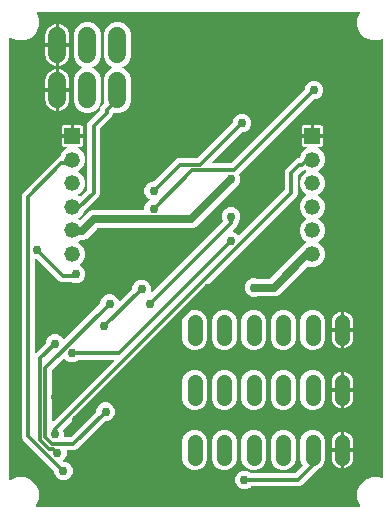
<source format=gbr>
G04 EAGLE Gerber X2 export*
%TF.Part,Single*%
%TF.FileFunction,Copper,L2,Bot,Mixed*%
%TF.FilePolarity,Positive*%
%TF.GenerationSoftware,Autodesk,EAGLE,9.1.0*%
%TF.CreationDate,2018-11-27T18:12:10Z*%
G75*
%MOMM*%
%FSLAX34Y34*%
%LPD*%
%AMOC8*
5,1,8,0,0,1.08239X$1,22.5*%
G01*
%ADD10R,1.320800X1.320800*%
%ADD11C,1.320800*%
%ADD12C,1.308000*%
%ADD13C,1.524000*%
%ADD14C,0.756400*%
%ADD15C,0.700000*%
%ADD16C,0.300000*%

G36*
X306632Y10172D02*
X306632Y10172D01*
X306704Y10174D01*
X306752Y10192D01*
X306804Y10200D01*
X306867Y10234D01*
X306935Y10259D01*
X306975Y10291D01*
X307021Y10316D01*
X307071Y10368D01*
X307127Y10412D01*
X307155Y10456D01*
X307190Y10494D01*
X307221Y10559D01*
X307259Y10619D01*
X307272Y10670D01*
X307294Y10717D01*
X307302Y10788D01*
X307320Y10858D01*
X307315Y10910D01*
X307321Y10961D01*
X307306Y11032D01*
X307300Y11103D01*
X307280Y11151D01*
X307269Y11202D01*
X307232Y11263D01*
X307204Y11329D01*
X307159Y11385D01*
X307157Y11390D01*
X304839Y16984D01*
X304839Y23016D01*
X307147Y28588D01*
X311412Y32853D01*
X316984Y35161D01*
X323016Y35161D01*
X325687Y34054D01*
X325731Y34044D01*
X325773Y34025D01*
X325850Y34016D01*
X325926Y33998D01*
X325972Y34002D01*
X326017Y33997D01*
X326094Y34014D01*
X326171Y34021D01*
X326213Y34040D01*
X326258Y34050D01*
X326325Y34090D01*
X326396Y34121D01*
X326430Y34152D01*
X326469Y34176D01*
X326520Y34235D01*
X326577Y34288D01*
X326599Y34328D01*
X326629Y34363D01*
X326658Y34435D01*
X326695Y34503D01*
X326704Y34548D01*
X326721Y34591D01*
X326736Y34727D01*
X326739Y34745D01*
X326738Y34750D01*
X326739Y34758D01*
X326739Y405242D01*
X326732Y405288D01*
X326734Y405334D01*
X326712Y405408D01*
X326700Y405485D01*
X326678Y405526D01*
X326665Y405570D01*
X326621Y405634D01*
X326584Y405702D01*
X326551Y405734D01*
X326525Y405772D01*
X326462Y405818D01*
X326406Y405872D01*
X326364Y405891D01*
X326328Y405919D01*
X326254Y405943D01*
X326183Y405975D01*
X326137Y405981D01*
X326094Y405995D01*
X326016Y405994D01*
X325939Y406003D01*
X325894Y405993D01*
X325848Y405992D01*
X325716Y405954D01*
X325698Y405950D01*
X325694Y405948D01*
X325687Y405946D01*
X323016Y404839D01*
X316984Y404839D01*
X311412Y407147D01*
X307147Y411412D01*
X304839Y416984D01*
X304839Y423016D01*
X306816Y427787D01*
X306826Y427831D01*
X306845Y427873D01*
X306854Y427950D01*
X306872Y428026D01*
X306867Y428072D01*
X306872Y428117D01*
X306856Y428194D01*
X306849Y428271D01*
X306830Y428313D01*
X306820Y428358D01*
X306780Y428425D01*
X306749Y428496D01*
X306718Y428530D01*
X306694Y428569D01*
X306635Y428620D01*
X306582Y428677D01*
X306542Y428699D01*
X306507Y428729D01*
X306435Y428758D01*
X306367Y428795D01*
X306322Y428804D01*
X306279Y428821D01*
X306143Y428836D01*
X306125Y428839D01*
X306120Y428838D01*
X306112Y428839D01*
X33888Y428839D01*
X33843Y428832D01*
X33797Y428834D01*
X33722Y428812D01*
X33645Y428800D01*
X33605Y428778D01*
X33560Y428765D01*
X33496Y428721D01*
X33428Y428684D01*
X33396Y428651D01*
X33358Y428625D01*
X33312Y428562D01*
X33258Y428506D01*
X33239Y428464D01*
X33212Y428428D01*
X33187Y428354D01*
X33155Y428283D01*
X33150Y428237D01*
X33135Y428194D01*
X33136Y428116D01*
X33128Y428039D01*
X33137Y427994D01*
X33138Y427948D01*
X33176Y427816D01*
X33180Y427798D01*
X33182Y427794D01*
X33184Y427787D01*
X35161Y423016D01*
X35161Y416984D01*
X32853Y411412D01*
X28588Y407147D01*
X23016Y404839D01*
X16984Y404839D01*
X11383Y407160D01*
X11350Y407190D01*
X11303Y407212D01*
X11261Y407243D01*
X11192Y407264D01*
X11127Y407294D01*
X11075Y407300D01*
X11026Y407315D01*
X10954Y407313D01*
X10883Y407321D01*
X10832Y407310D01*
X10780Y407309D01*
X10712Y407284D01*
X10642Y407269D01*
X10598Y407242D01*
X10549Y407224D01*
X10493Y407180D01*
X10431Y407143D01*
X10397Y407103D01*
X10357Y407071D01*
X10318Y407010D01*
X10271Y406956D01*
X10252Y406908D01*
X10224Y406864D01*
X10206Y406794D01*
X10179Y406728D01*
X10171Y406657D01*
X10163Y406625D01*
X10165Y406602D01*
X10161Y406561D01*
X10161Y33439D01*
X10172Y33368D01*
X10174Y33296D01*
X10192Y33248D01*
X10200Y33196D01*
X10234Y33133D01*
X10259Y33065D01*
X10291Y33025D01*
X10316Y32979D01*
X10368Y32929D01*
X10412Y32873D01*
X10456Y32845D01*
X10494Y32810D01*
X10559Y32779D01*
X10619Y32741D01*
X10670Y32728D01*
X10717Y32706D01*
X10788Y32698D01*
X10858Y32680D01*
X10910Y32685D01*
X10961Y32679D01*
X11032Y32694D01*
X11103Y32700D01*
X11151Y32720D01*
X11202Y32731D01*
X11263Y32768D01*
X11329Y32796D01*
X11385Y32841D01*
X11390Y32843D01*
X16984Y35161D01*
X23016Y35161D01*
X28588Y32853D01*
X32853Y28588D01*
X35161Y23016D01*
X35161Y16984D01*
X32840Y11383D01*
X32810Y11350D01*
X32788Y11303D01*
X32757Y11261D01*
X32736Y11192D01*
X32706Y11127D01*
X32700Y11075D01*
X32685Y11026D01*
X32687Y10954D01*
X32679Y10883D01*
X32690Y10832D01*
X32691Y10780D01*
X32716Y10712D01*
X32731Y10642D01*
X32758Y10598D01*
X32776Y10549D01*
X32820Y10493D01*
X32857Y10431D01*
X32897Y10397D01*
X32929Y10357D01*
X32990Y10318D01*
X33044Y10271D01*
X33092Y10252D01*
X33136Y10224D01*
X33206Y10206D01*
X33272Y10179D01*
X33343Y10171D01*
X33375Y10163D01*
X33398Y10165D01*
X33439Y10161D01*
X306561Y10161D01*
X306632Y10172D01*
G37*
%LPC*%
G36*
X54334Y32393D02*
X54334Y32393D01*
X51450Y33588D01*
X49243Y35795D01*
X48048Y38679D01*
X48048Y39902D01*
X48034Y39992D01*
X48026Y40083D01*
X48014Y40112D01*
X48009Y40144D01*
X47966Y40225D01*
X47930Y40309D01*
X47904Y40341D01*
X47893Y40362D01*
X47870Y40384D01*
X47825Y40440D01*
X21295Y66970D01*
X20448Y69015D01*
X20448Y273678D01*
X21295Y275723D01*
X51136Y305564D01*
X52612Y306175D01*
X52689Y306223D01*
X52771Y306264D01*
X52793Y306287D01*
X52821Y306304D01*
X52879Y306375D01*
X52943Y306440D01*
X52963Y306476D01*
X52978Y306494D01*
X52989Y306524D01*
X53024Y306587D01*
X54455Y310043D01*
X57457Y313045D01*
X58292Y313391D01*
X58375Y313442D01*
X58461Y313488D01*
X58479Y313506D01*
X58501Y313520D01*
X58564Y313596D01*
X58631Y313666D01*
X58642Y313690D01*
X58658Y313710D01*
X58693Y313801D01*
X58734Y313889D01*
X58737Y313915D01*
X58746Y313939D01*
X58751Y314037D01*
X58761Y314133D01*
X58756Y314159D01*
X58757Y314185D01*
X58730Y314279D01*
X58709Y314374D01*
X58696Y314396D01*
X58688Y314421D01*
X58633Y314501D01*
X58583Y314585D01*
X58563Y314602D01*
X58548Y314623D01*
X58470Y314682D01*
X58396Y314745D01*
X58372Y314755D01*
X58351Y314770D01*
X58258Y314800D01*
X58168Y314837D01*
X58135Y314840D01*
X58117Y314846D01*
X58084Y314846D01*
X58001Y314855D01*
X56562Y314855D01*
X55915Y315028D01*
X55336Y315363D01*
X54863Y315836D01*
X54528Y316415D01*
X54355Y317062D01*
X54355Y322477D01*
X62738Y322477D01*
X62758Y322480D01*
X62777Y322478D01*
X62879Y322500D01*
X62981Y322517D01*
X62998Y322526D01*
X63018Y322530D01*
X63107Y322583D01*
X63198Y322632D01*
X63212Y322646D01*
X63229Y322656D01*
X63296Y322735D01*
X63367Y322810D01*
X63376Y322828D01*
X63389Y322843D01*
X63427Y322939D01*
X63471Y323033D01*
X63473Y323053D01*
X63481Y323071D01*
X63499Y323238D01*
X63499Y324001D01*
X63501Y324001D01*
X63501Y323238D01*
X63504Y323218D01*
X63502Y323199D01*
X63524Y323097D01*
X63541Y322995D01*
X63550Y322978D01*
X63554Y322958D01*
X63607Y322869D01*
X63656Y322778D01*
X63670Y322764D01*
X63680Y322747D01*
X63759Y322680D01*
X63834Y322609D01*
X63852Y322600D01*
X63867Y322587D01*
X63963Y322548D01*
X64057Y322505D01*
X64077Y322503D01*
X64095Y322495D01*
X64262Y322477D01*
X72645Y322477D01*
X72645Y317062D01*
X72472Y316415D01*
X72137Y315836D01*
X71664Y315363D01*
X71085Y315028D01*
X70438Y314855D01*
X68999Y314855D01*
X68903Y314840D01*
X68806Y314830D01*
X68782Y314820D01*
X68756Y314816D01*
X68670Y314770D01*
X68581Y314730D01*
X68562Y314713D01*
X68539Y314700D01*
X68472Y314630D01*
X68400Y314564D01*
X68387Y314541D01*
X68369Y314522D01*
X68328Y314434D01*
X68281Y314348D01*
X68277Y314323D01*
X68266Y314299D01*
X68255Y314202D01*
X68238Y314106D01*
X68242Y314080D01*
X68239Y314055D01*
X68259Y313960D01*
X68273Y313863D01*
X68285Y313840D01*
X68291Y313814D01*
X68341Y313730D01*
X68385Y313644D01*
X68404Y313626D01*
X68417Y313603D01*
X68491Y313540D01*
X68561Y313472D01*
X68589Y313456D01*
X68604Y313443D01*
X68635Y313431D01*
X68708Y313391D01*
X69543Y313045D01*
X72545Y310043D01*
X74169Y306122D01*
X74169Y301878D01*
X72545Y297957D01*
X69543Y294955D01*
X68935Y294703D01*
X68874Y294666D01*
X68808Y294636D01*
X68770Y294601D01*
X68726Y294574D01*
X68680Y294518D01*
X68627Y294470D01*
X68602Y294424D01*
X68569Y294384D01*
X68543Y294317D01*
X68508Y294254D01*
X68499Y294203D01*
X68480Y294155D01*
X68477Y294083D01*
X68465Y294012D01*
X68472Y293961D01*
X68470Y293909D01*
X68490Y293840D01*
X68500Y293769D01*
X68524Y293723D01*
X68539Y293673D01*
X68579Y293614D01*
X68612Y293550D01*
X68649Y293513D01*
X68679Y293471D01*
X68736Y293428D01*
X68788Y293378D01*
X68850Y293343D01*
X68876Y293324D01*
X68899Y293317D01*
X68935Y293297D01*
X69543Y293045D01*
X72545Y290043D01*
X74169Y286122D01*
X74169Y281878D01*
X72545Y277957D01*
X69543Y274955D01*
X68935Y274703D01*
X68874Y274666D01*
X68808Y274636D01*
X68770Y274601D01*
X68726Y274574D01*
X68680Y274518D01*
X68627Y274470D01*
X68602Y274424D01*
X68569Y274384D01*
X68543Y274317D01*
X68508Y274254D01*
X68499Y274203D01*
X68480Y274155D01*
X68477Y274083D01*
X68465Y274012D01*
X68472Y273961D01*
X68470Y273909D01*
X68490Y273840D01*
X68500Y273769D01*
X68524Y273723D01*
X68539Y273673D01*
X68579Y273614D01*
X68612Y273550D01*
X68649Y273513D01*
X68679Y273471D01*
X68736Y273428D01*
X68788Y273378D01*
X68850Y273343D01*
X68876Y273324D01*
X68899Y273317D01*
X68935Y273297D01*
X69543Y273045D01*
X69555Y273033D01*
X69571Y273021D01*
X69583Y273006D01*
X69671Y272950D01*
X69754Y272890D01*
X69773Y272884D01*
X69790Y272873D01*
X69891Y272848D01*
X69990Y272817D01*
X70010Y272818D01*
X70029Y272813D01*
X70132Y272821D01*
X70235Y272824D01*
X70254Y272830D01*
X70274Y272832D01*
X70369Y272872D01*
X70466Y272908D01*
X70482Y272920D01*
X70500Y272928D01*
X70631Y273033D01*
X75644Y278046D01*
X75697Y278120D01*
X75757Y278189D01*
X75769Y278220D01*
X75788Y278246D01*
X75815Y278333D01*
X75849Y278418D01*
X75853Y278459D01*
X75860Y278481D01*
X75859Y278513D01*
X75867Y278584D01*
X75867Y333621D01*
X76714Y335666D01*
X78387Y337339D01*
X86954Y345906D01*
X87007Y345980D01*
X87067Y346049D01*
X87079Y346080D01*
X87098Y346106D01*
X87125Y346193D01*
X87159Y346278D01*
X87163Y346319D01*
X87170Y346341D01*
X87169Y346373D01*
X87177Y346444D01*
X87177Y347193D01*
X88024Y349238D01*
X89697Y350911D01*
X90091Y351304D01*
X90158Y351398D01*
X90229Y351493D01*
X90231Y351499D01*
X90234Y351504D01*
X90268Y351615D01*
X90305Y351727D01*
X90305Y351733D01*
X90307Y351739D01*
X90304Y351856D01*
X90302Y351973D01*
X90300Y351980D01*
X90300Y351985D01*
X90294Y352003D01*
X90256Y352134D01*
X89915Y352956D01*
X89915Y372844D01*
X91694Y377139D01*
X94981Y380426D01*
X96963Y381247D01*
X97024Y381285D01*
X97089Y381314D01*
X97128Y381349D01*
X97172Y381376D01*
X97218Y381432D01*
X97270Y381480D01*
X97296Y381526D01*
X97329Y381566D01*
X97354Y381633D01*
X97389Y381696D01*
X97398Y381747D01*
X97417Y381795D01*
X97420Y381867D01*
X97433Y381938D01*
X97425Y381989D01*
X97427Y382041D01*
X97407Y382110D01*
X97397Y382181D01*
X97373Y382227D01*
X97359Y382277D01*
X97318Y382336D01*
X97285Y382400D01*
X97248Y382437D01*
X97219Y382479D01*
X97161Y382522D01*
X97110Y382572D01*
X97047Y382607D01*
X97021Y382626D01*
X96999Y382633D01*
X96963Y382653D01*
X94981Y383474D01*
X91694Y386761D01*
X89915Y391056D01*
X89915Y410944D01*
X91694Y415239D01*
X94981Y418526D01*
X99276Y420305D01*
X103924Y420305D01*
X108219Y418526D01*
X111506Y415239D01*
X113285Y410944D01*
X113285Y391056D01*
X111506Y386761D01*
X108219Y383474D01*
X106237Y382653D01*
X106176Y382615D01*
X106111Y382586D01*
X106072Y382551D01*
X106028Y382524D01*
X105982Y382468D01*
X105930Y382420D01*
X105904Y382374D01*
X105871Y382334D01*
X105846Y382267D01*
X105811Y382204D01*
X105802Y382153D01*
X105783Y382105D01*
X105780Y382033D01*
X105767Y381962D01*
X105775Y381911D01*
X105773Y381859D01*
X105793Y381790D01*
X105803Y381719D01*
X105827Y381673D01*
X105841Y381623D01*
X105882Y381564D01*
X105915Y381500D01*
X105952Y381463D01*
X105981Y381421D01*
X106039Y381378D01*
X106090Y381328D01*
X106153Y381293D01*
X106179Y381274D01*
X106201Y381267D01*
X106237Y381247D01*
X108219Y380426D01*
X111506Y377139D01*
X113285Y372844D01*
X113285Y352956D01*
X111506Y348661D01*
X108219Y345374D01*
X103924Y343595D01*
X99230Y343595D01*
X99196Y343599D01*
X99120Y343617D01*
X99074Y343613D01*
X99029Y343618D01*
X98952Y343601D01*
X98875Y343594D01*
X98833Y343575D01*
X98788Y343565D01*
X98721Y343525D01*
X98650Y343494D01*
X98617Y343463D01*
X98577Y343439D01*
X98526Y343380D01*
X98469Y343327D01*
X98447Y343287D01*
X98417Y343252D01*
X98388Y343180D01*
X98351Y343112D01*
X98342Y343067D01*
X98325Y343024D01*
X98310Y342888D01*
X98307Y342870D01*
X98308Y342865D01*
X98307Y342857D01*
X98307Y342717D01*
X97460Y340672D01*
X87220Y330432D01*
X87167Y330358D01*
X87131Y330317D01*
X87128Y330314D01*
X87128Y330313D01*
X87107Y330289D01*
X87095Y330258D01*
X87076Y330232D01*
X87049Y330145D01*
X87044Y330132D01*
X87025Y330091D01*
X87024Y330082D01*
X87015Y330060D01*
X87011Y330019D01*
X87004Y329997D01*
X87005Y329965D01*
X86997Y329894D01*
X86997Y274857D01*
X86150Y272812D01*
X73816Y260478D01*
X73536Y260198D01*
X73497Y260145D01*
X73451Y260098D01*
X73411Y260025D01*
X73392Y259998D01*
X73386Y259980D01*
X73371Y259951D01*
X72545Y257957D01*
X69543Y254955D01*
X68935Y254703D01*
X68874Y254666D01*
X68808Y254636D01*
X68770Y254601D01*
X68726Y254574D01*
X68680Y254518D01*
X68627Y254470D01*
X68602Y254424D01*
X68569Y254384D01*
X68543Y254317D01*
X68508Y254254D01*
X68499Y254203D01*
X68480Y254155D01*
X68477Y254083D01*
X68465Y254012D01*
X68472Y253961D01*
X68470Y253909D01*
X68490Y253840D01*
X68500Y253769D01*
X68524Y253723D01*
X68539Y253673D01*
X68579Y253614D01*
X68612Y253550D01*
X68649Y253513D01*
X68679Y253471D01*
X68736Y253428D01*
X68788Y253378D01*
X68850Y253343D01*
X68876Y253324D01*
X68899Y253317D01*
X68935Y253297D01*
X69629Y253009D01*
X69650Y252994D01*
X69669Y252988D01*
X69686Y252977D01*
X69786Y252952D01*
X69885Y252922D01*
X69905Y252922D01*
X69925Y252917D01*
X70027Y252925D01*
X70130Y252928D01*
X70150Y252935D01*
X70170Y252936D01*
X70264Y252976D01*
X70362Y253012D01*
X70378Y253025D01*
X70396Y253032D01*
X70527Y253137D01*
X77147Y259757D01*
X79927Y260909D01*
X123719Y260909D01*
X123739Y260912D01*
X123758Y260910D01*
X123860Y260932D01*
X123962Y260948D01*
X123979Y260958D01*
X123999Y260962D01*
X124088Y261015D01*
X124179Y261064D01*
X124193Y261078D01*
X124210Y261088D01*
X124277Y261167D01*
X124349Y261242D01*
X124357Y261260D01*
X124370Y261275D01*
X124409Y261371D01*
X124452Y261465D01*
X124454Y261485D01*
X124462Y261503D01*
X124480Y261670D01*
X124480Y263953D01*
X125675Y266837D01*
X127882Y269044D01*
X128447Y269278D01*
X128508Y269316D01*
X128574Y269345D01*
X128612Y269380D01*
X128656Y269408D01*
X128702Y269463D01*
X128755Y269512D01*
X128780Y269557D01*
X128813Y269597D01*
X128839Y269664D01*
X128873Y269727D01*
X128883Y269778D01*
X128901Y269827D01*
X128904Y269898D01*
X128917Y269969D01*
X128910Y270021D01*
X128912Y270073D01*
X128892Y270142D01*
X128881Y270212D01*
X128858Y270259D01*
X128843Y270309D01*
X128802Y270368D01*
X128770Y270432D01*
X128733Y270468D01*
X128703Y270511D01*
X128646Y270554D01*
X128594Y270604D01*
X128532Y270638D01*
X128506Y270658D01*
X128483Y270665D01*
X128447Y270685D01*
X127882Y270919D01*
X125675Y273126D01*
X124480Y276010D01*
X124480Y279132D01*
X125675Y282016D01*
X127882Y284223D01*
X130766Y285418D01*
X131989Y285418D01*
X132079Y285432D01*
X132170Y285440D01*
X132199Y285452D01*
X132231Y285457D01*
X132312Y285500D01*
X132396Y285536D01*
X132428Y285562D01*
X132449Y285573D01*
X132471Y285596D01*
X132527Y285641D01*
X151319Y304433D01*
X153364Y305280D01*
X169292Y305280D01*
X169382Y305294D01*
X169473Y305302D01*
X169502Y305314D01*
X169534Y305319D01*
X169615Y305362D01*
X169699Y305398D01*
X169731Y305424D01*
X169752Y305435D01*
X169774Y305458D01*
X169830Y305503D01*
X198903Y334576D01*
X198956Y334650D01*
X199016Y334719D01*
X199028Y334750D01*
X199047Y334776D01*
X199074Y334863D01*
X199108Y334948D01*
X199112Y334989D01*
X199119Y335011D01*
X199118Y335043D01*
X199126Y335114D01*
X199126Y336337D01*
X200321Y339221D01*
X202528Y341428D01*
X205412Y342623D01*
X208534Y342623D01*
X211418Y341428D01*
X213625Y339221D01*
X214820Y336337D01*
X214820Y333215D01*
X213625Y330331D01*
X211418Y328124D01*
X208534Y326929D01*
X207311Y326929D01*
X207221Y326915D01*
X207130Y326907D01*
X207101Y326895D01*
X207069Y326890D01*
X206988Y326847D01*
X206904Y326811D01*
X206872Y326785D01*
X206851Y326774D01*
X206829Y326751D01*
X206773Y326706D01*
X182122Y302055D01*
X182080Y301997D01*
X182031Y301945D01*
X182009Y301898D01*
X181978Y301856D01*
X181957Y301787D01*
X181927Y301722D01*
X181921Y301670D01*
X181906Y301620D01*
X181908Y301549D01*
X181900Y301478D01*
X181911Y301427D01*
X181912Y301375D01*
X181937Y301307D01*
X181952Y301237D01*
X181979Y301193D01*
X181997Y301144D01*
X182042Y301088D01*
X182078Y301026D01*
X182118Y300992D01*
X182151Y300952D01*
X182211Y300913D01*
X182265Y300866D01*
X182314Y300847D01*
X182358Y300819D01*
X182427Y300801D01*
X182494Y300774D01*
X182565Y300766D01*
X182596Y300758D01*
X182619Y300760D01*
X182660Y300756D01*
X197567Y300756D01*
X197657Y300770D01*
X197748Y300778D01*
X197777Y300790D01*
X197809Y300795D01*
X197890Y300838D01*
X197974Y300874D01*
X198006Y300900D01*
X198027Y300911D01*
X198049Y300934D01*
X198105Y300979D01*
X259977Y362851D01*
X260020Y362911D01*
X260060Y362953D01*
X260067Y362968D01*
X260090Y362994D01*
X260102Y363025D01*
X260121Y363051D01*
X260148Y363138D01*
X260159Y363165D01*
X260164Y363176D01*
X260164Y363178D01*
X260182Y363223D01*
X260186Y363264D01*
X260193Y363286D01*
X260192Y363318D01*
X260200Y363389D01*
X260200Y364612D01*
X261395Y367496D01*
X263602Y369703D01*
X266486Y370898D01*
X269608Y370898D01*
X272492Y369703D01*
X274699Y367496D01*
X275894Y364612D01*
X275894Y361490D01*
X274699Y358606D01*
X272492Y356399D01*
X269608Y355204D01*
X268385Y355204D01*
X268295Y355190D01*
X268204Y355182D01*
X268175Y355170D01*
X268143Y355165D01*
X268062Y355122D01*
X267978Y355086D01*
X267946Y355060D01*
X267925Y355049D01*
X267903Y355026D01*
X267847Y354981D01*
X205012Y292146D01*
X204939Y292073D01*
X204871Y291978D01*
X204801Y291885D01*
X204799Y291879D01*
X204795Y291874D01*
X204761Y291762D01*
X204725Y291651D01*
X204725Y291644D01*
X204723Y291639D01*
X204726Y291522D01*
X204727Y291405D01*
X204729Y291398D01*
X204729Y291393D01*
X204736Y291375D01*
X204774Y291244D01*
X205772Y288835D01*
X205772Y285713D01*
X204577Y282829D01*
X202370Y280622D01*
X201829Y280398D01*
X201773Y280363D01*
X201713Y280338D01*
X201648Y280286D01*
X201620Y280268D01*
X201607Y280253D01*
X201582Y280233D01*
X170515Y249166D01*
X168280Y246931D01*
X165500Y245779D01*
X84881Y245779D01*
X84791Y245765D01*
X84700Y245757D01*
X84670Y245745D01*
X84638Y245740D01*
X84557Y245697D01*
X84473Y245661D01*
X84441Y245635D01*
X84421Y245624D01*
X84398Y245601D01*
X84342Y245556D01*
X75538Y236752D01*
X72758Y235600D01*
X70503Y235600D01*
X70413Y235586D01*
X70322Y235578D01*
X70293Y235566D01*
X70261Y235561D01*
X70180Y235518D01*
X70096Y235482D01*
X70064Y235456D01*
X70043Y235445D01*
X70021Y235422D01*
X69965Y235377D01*
X69543Y234955D01*
X68935Y234703D01*
X68874Y234666D01*
X68808Y234636D01*
X68770Y234601D01*
X68726Y234574D01*
X68680Y234518D01*
X68627Y234470D01*
X68602Y234424D01*
X68569Y234384D01*
X68543Y234317D01*
X68508Y234254D01*
X68499Y234203D01*
X68480Y234155D01*
X68477Y234083D01*
X68465Y234012D01*
X68472Y233961D01*
X68470Y233909D01*
X68490Y233840D01*
X68500Y233769D01*
X68524Y233723D01*
X68539Y233673D01*
X68579Y233614D01*
X68612Y233550D01*
X68649Y233513D01*
X68679Y233471D01*
X68736Y233428D01*
X68788Y233378D01*
X68850Y233343D01*
X68876Y233324D01*
X68899Y233317D01*
X68935Y233297D01*
X69543Y233045D01*
X72545Y230043D01*
X74169Y226122D01*
X74169Y221878D01*
X72545Y217957D01*
X69886Y215298D01*
X69859Y215261D01*
X69825Y215230D01*
X69788Y215161D01*
X69742Y215098D01*
X69729Y215054D01*
X69707Y215014D01*
X69693Y214937D01*
X69670Y214863D01*
X69671Y214817D01*
X69663Y214772D01*
X69674Y214695D01*
X69676Y214617D01*
X69692Y214574D01*
X69699Y214529D01*
X69734Y214459D01*
X69761Y214386D01*
X69789Y214350D01*
X69810Y214309D01*
X69866Y214255D01*
X69914Y214194D01*
X69953Y214169D01*
X69986Y214137D01*
X70106Y214071D01*
X70121Y214061D01*
X70126Y214060D01*
X70133Y214056D01*
X71174Y213625D01*
X73381Y211418D01*
X74576Y208534D01*
X74576Y205412D01*
X73381Y202528D01*
X71174Y200321D01*
X68290Y199126D01*
X65168Y199126D01*
X62529Y200219D01*
X62466Y200234D01*
X62405Y200259D01*
X62322Y200268D01*
X62290Y200275D01*
X62271Y200274D01*
X62238Y200277D01*
X54312Y200277D01*
X52267Y201124D01*
X34130Y219261D01*
X34056Y219314D01*
X33987Y219374D01*
X33956Y219386D01*
X33930Y219405D01*
X33843Y219432D01*
X33758Y219466D01*
X33717Y219470D01*
X33695Y219477D01*
X33663Y219476D01*
X33592Y219484D01*
X32339Y219484D01*
X32319Y219481D01*
X32300Y219483D01*
X32198Y219461D01*
X32096Y219445D01*
X32079Y219435D01*
X32059Y219431D01*
X31970Y219378D01*
X31879Y219329D01*
X31865Y219315D01*
X31848Y219305D01*
X31781Y219226D01*
X31709Y219151D01*
X31701Y219133D01*
X31688Y219118D01*
X31649Y219022D01*
X31606Y218928D01*
X31604Y218908D01*
X31596Y218890D01*
X31578Y218723D01*
X31578Y140813D01*
X31589Y140743D01*
X31591Y140671D01*
X31609Y140622D01*
X31617Y140571D01*
X31651Y140507D01*
X31676Y140440D01*
X31708Y140399D01*
X31733Y140353D01*
X31785Y140304D01*
X31829Y140248D01*
X31873Y140220D01*
X31911Y140184D01*
X31976Y140154D01*
X32036Y140115D01*
X32087Y140102D01*
X32134Y140080D01*
X32205Y140072D01*
X32275Y140055D01*
X32327Y140059D01*
X32378Y140053D01*
X32449Y140068D01*
X32520Y140074D01*
X32568Y140094D01*
X32619Y140105D01*
X32680Y140142D01*
X32746Y140170D01*
X32802Y140215D01*
X32830Y140231D01*
X32845Y140249D01*
X32877Y140275D01*
X40563Y147961D01*
X40616Y148035D01*
X40676Y148104D01*
X40688Y148135D01*
X40707Y148161D01*
X40734Y148248D01*
X40768Y148333D01*
X40772Y148374D01*
X40779Y148396D01*
X40778Y148428D01*
X40786Y148499D01*
X40786Y149722D01*
X41981Y152606D01*
X44188Y154813D01*
X47072Y156008D01*
X50194Y156008D01*
X53078Y154813D01*
X55285Y152606D01*
X55542Y151987D01*
X55566Y151948D01*
X55581Y151905D01*
X55630Y151844D01*
X55671Y151778D01*
X55706Y151748D01*
X55735Y151713D01*
X55801Y151671D01*
X55861Y151621D01*
X55903Y151604D01*
X55942Y151580D01*
X56018Y151561D01*
X56090Y151533D01*
X56136Y151531D01*
X56181Y151520D01*
X56258Y151526D01*
X56336Y151522D01*
X56380Y151535D01*
X56426Y151539D01*
X56497Y151569D01*
X56572Y151591D01*
X56610Y151617D01*
X56652Y151635D01*
X56759Y151720D01*
X56774Y151731D01*
X56777Y151735D01*
X56783Y151740D01*
X86934Y181891D01*
X86987Y181965D01*
X87047Y182034D01*
X87059Y182065D01*
X87078Y182091D01*
X87105Y182178D01*
X87139Y182263D01*
X87143Y182304D01*
X87150Y182326D01*
X87149Y182358D01*
X87157Y182429D01*
X87157Y183652D01*
X88352Y186536D01*
X90559Y188743D01*
X93443Y189938D01*
X96565Y189938D01*
X99449Y188743D01*
X101656Y186536D01*
X102575Y184317D01*
X102599Y184278D01*
X102615Y184235D01*
X102664Y184174D01*
X102705Y184108D01*
X102740Y184079D01*
X102769Y184043D01*
X102834Y184001D01*
X102894Y183951D01*
X102937Y183935D01*
X102976Y183910D01*
X103051Y183891D01*
X103124Y183863D01*
X103170Y183861D01*
X103214Y183850D01*
X103292Y183856D01*
X103370Y183853D01*
X103414Y183866D01*
X103459Y183869D01*
X103531Y183900D01*
X103606Y183921D01*
X103643Y183948D01*
X103686Y183966D01*
X103792Y184051D01*
X103808Y184062D01*
X103811Y184066D01*
X103817Y184070D01*
X114078Y194332D01*
X114131Y194406D01*
X114191Y194475D01*
X114203Y194506D01*
X114222Y194532D01*
X114249Y194619D01*
X114283Y194704D01*
X114287Y194745D01*
X114294Y194767D01*
X114293Y194799D01*
X114301Y194870D01*
X114301Y196093D01*
X115496Y198977D01*
X117703Y201184D01*
X120587Y202379D01*
X123709Y202379D01*
X126593Y201184D01*
X128800Y198977D01*
X129995Y196093D01*
X129995Y192971D01*
X129744Y192366D01*
X129735Y192327D01*
X129724Y192304D01*
X129720Y192266D01*
X129693Y192178D01*
X129694Y192152D01*
X129688Y192126D01*
X129697Y192030D01*
X129699Y191932D01*
X129708Y191908D01*
X129711Y191882D01*
X129750Y191793D01*
X129784Y191701D01*
X129800Y191681D01*
X129811Y191657D01*
X129877Y191585D01*
X129938Y191509D01*
X129960Y191495D01*
X129977Y191476D01*
X130062Y191429D01*
X130145Y191376D01*
X130170Y191370D01*
X130193Y191357D01*
X130289Y191340D01*
X130383Y191316D01*
X130409Y191318D01*
X130435Y191313D01*
X130531Y191328D01*
X130628Y191335D01*
X130652Y191345D01*
X130678Y191349D01*
X130765Y191393D01*
X130855Y191432D01*
X130880Y191452D01*
X130897Y191461D01*
X130921Y191484D01*
X130930Y191492D01*
X130932Y191493D01*
X130935Y191496D01*
X130986Y191536D01*
X190719Y251270D01*
X190787Y251364D01*
X190857Y251459D01*
X190859Y251465D01*
X190863Y251470D01*
X190897Y251580D01*
X190933Y251692D01*
X190933Y251699D01*
X190935Y251705D01*
X190932Y251822D01*
X190931Y251938D01*
X190929Y251946D01*
X190929Y251951D01*
X190922Y251968D01*
X190884Y252100D01*
X190078Y254045D01*
X190078Y257167D01*
X191273Y260051D01*
X193480Y262258D01*
X196364Y263453D01*
X199486Y263453D01*
X202370Y262258D01*
X204577Y260051D01*
X205772Y257167D01*
X205772Y254045D01*
X204577Y251161D01*
X203713Y250297D01*
X203660Y250223D01*
X203600Y250153D01*
X203588Y250123D01*
X203569Y250097D01*
X203542Y250010D01*
X203508Y249925D01*
X203504Y249884D01*
X203497Y249862D01*
X203498Y249830D01*
X203490Y249758D01*
X203490Y249499D01*
X202643Y247454D01*
X200970Y245781D01*
X199441Y244252D01*
X199414Y244215D01*
X199381Y244184D01*
X199343Y244116D01*
X199298Y244053D01*
X199284Y244009D01*
X199262Y243969D01*
X199248Y243892D01*
X199225Y243818D01*
X199226Y243772D01*
X199218Y243727D01*
X199230Y243650D01*
X199232Y243572D01*
X199247Y243529D01*
X199254Y243483D01*
X199289Y243414D01*
X199316Y243341D01*
X199345Y243305D01*
X199366Y243264D01*
X199421Y243209D01*
X199470Y243149D01*
X199508Y243124D01*
X199541Y243092D01*
X199661Y243026D01*
X199677Y243016D01*
X199682Y243015D01*
X199688Y243011D01*
X202370Y241900D01*
X204090Y240180D01*
X204106Y240168D01*
X204118Y240153D01*
X204206Y240097D01*
X204290Y240037D01*
X204309Y240031D01*
X204325Y240020D01*
X204426Y239995D01*
X204525Y239964D01*
X204545Y239965D01*
X204564Y239960D01*
X204667Y239968D01*
X204771Y239971D01*
X204789Y239977D01*
X204809Y239979D01*
X204904Y240019D01*
X205002Y240055D01*
X205017Y240068D01*
X205035Y240075D01*
X205166Y240180D01*
X243032Y278046D01*
X243085Y278120D01*
X243145Y278189D01*
X243157Y278220D01*
X243176Y278246D01*
X243203Y278333D01*
X243237Y278418D01*
X243241Y278459D01*
X243248Y278481D01*
X243247Y278513D01*
X243255Y278584D01*
X243255Y294036D01*
X244102Y296081D01*
X252454Y304433D01*
X254499Y305280D01*
X255248Y305280D01*
X255337Y305294D01*
X255428Y305301D01*
X255458Y305314D01*
X255490Y305319D01*
X255571Y305362D01*
X255655Y305398D01*
X255687Y305424D01*
X255708Y305435D01*
X255730Y305458D01*
X255755Y305478D01*
X255761Y305482D01*
X255764Y305485D01*
X255786Y305502D01*
X255808Y305525D01*
X255854Y305588D01*
X255877Y305613D01*
X255882Y305623D01*
X255921Y305668D01*
X255933Y305698D01*
X255952Y305724D01*
X255979Y305812D01*
X256013Y305897D01*
X256017Y305937D01*
X256024Y305959D01*
X256023Y305992D01*
X256031Y306063D01*
X256031Y306122D01*
X257655Y310043D01*
X260657Y313045D01*
X261492Y313391D01*
X261575Y313442D01*
X261661Y313488D01*
X261679Y313507D01*
X261701Y313520D01*
X261764Y313595D01*
X261831Y313666D01*
X261842Y313690D01*
X261858Y313710D01*
X261893Y313801D01*
X261934Y313889D01*
X261937Y313915D01*
X261947Y313939D01*
X261951Y314037D01*
X261961Y314133D01*
X261956Y314159D01*
X261957Y314185D01*
X261930Y314279D01*
X261909Y314374D01*
X261896Y314396D01*
X261888Y314421D01*
X261833Y314501D01*
X261783Y314585D01*
X261763Y314602D01*
X261748Y314623D01*
X261670Y314682D01*
X261596Y314745D01*
X261572Y314755D01*
X261551Y314770D01*
X261458Y314800D01*
X261368Y314837D01*
X261335Y314840D01*
X261317Y314846D01*
X261284Y314846D01*
X261201Y314855D01*
X259762Y314855D01*
X259115Y315028D01*
X258536Y315363D01*
X258063Y315836D01*
X257728Y316415D01*
X257555Y317062D01*
X257555Y322477D01*
X265938Y322477D01*
X265958Y322480D01*
X265977Y322478D01*
X266079Y322500D01*
X266181Y322517D01*
X266198Y322526D01*
X266218Y322530D01*
X266307Y322583D01*
X266398Y322632D01*
X266412Y322646D01*
X266429Y322656D01*
X266496Y322735D01*
X266567Y322810D01*
X266576Y322828D01*
X266589Y322843D01*
X266627Y322939D01*
X266671Y323033D01*
X266673Y323053D01*
X266681Y323071D01*
X266699Y323238D01*
X266699Y324001D01*
X266701Y324001D01*
X266701Y323238D01*
X266704Y323218D01*
X266702Y323199D01*
X266724Y323097D01*
X266741Y322995D01*
X266750Y322978D01*
X266754Y322958D01*
X266807Y322869D01*
X266856Y322778D01*
X266870Y322764D01*
X266880Y322747D01*
X266959Y322680D01*
X267034Y322609D01*
X267052Y322600D01*
X267067Y322587D01*
X267163Y322548D01*
X267257Y322505D01*
X267277Y322503D01*
X267295Y322495D01*
X267462Y322477D01*
X275845Y322477D01*
X275845Y317062D01*
X275672Y316415D01*
X275337Y315836D01*
X274864Y315363D01*
X274285Y315028D01*
X273638Y314855D01*
X272199Y314855D01*
X272103Y314840D01*
X272006Y314830D01*
X271982Y314820D01*
X271956Y314816D01*
X271870Y314770D01*
X271781Y314730D01*
X271762Y314713D01*
X271739Y314700D01*
X271672Y314630D01*
X271600Y314564D01*
X271587Y314541D01*
X271569Y314522D01*
X271528Y314434D01*
X271481Y314348D01*
X271477Y314323D01*
X271466Y314299D01*
X271455Y314202D01*
X271438Y314106D01*
X271442Y314080D01*
X271439Y314055D01*
X271459Y313960D01*
X271473Y313863D01*
X271485Y313840D01*
X271491Y313814D01*
X271541Y313730D01*
X271585Y313644D01*
X271604Y313626D01*
X271617Y313603D01*
X271691Y313540D01*
X271761Y313472D01*
X271789Y313456D01*
X271804Y313443D01*
X271835Y313431D01*
X271908Y313391D01*
X272743Y313045D01*
X275745Y310043D01*
X277369Y306122D01*
X277369Y301878D01*
X275745Y297957D01*
X272743Y294955D01*
X272135Y294703D01*
X272074Y294666D01*
X272008Y294636D01*
X271970Y294601D01*
X271926Y294574D01*
X271880Y294518D01*
X271827Y294470D01*
X271802Y294424D01*
X271769Y294384D01*
X271743Y294317D01*
X271708Y294254D01*
X271699Y294203D01*
X271680Y294155D01*
X271677Y294083D01*
X271665Y294012D01*
X271672Y293961D01*
X271670Y293909D01*
X271690Y293840D01*
X271700Y293769D01*
X271724Y293723D01*
X271739Y293673D01*
X271779Y293614D01*
X271812Y293550D01*
X271849Y293513D01*
X271879Y293471D01*
X271936Y293428D01*
X271988Y293378D01*
X272050Y293343D01*
X272076Y293324D01*
X272099Y293317D01*
X272135Y293297D01*
X272743Y293045D01*
X275745Y290043D01*
X277369Y286122D01*
X277369Y281878D01*
X275745Y277957D01*
X272743Y274955D01*
X272135Y274703D01*
X272074Y274666D01*
X272008Y274636D01*
X271970Y274601D01*
X271926Y274574D01*
X271880Y274518D01*
X271827Y274470D01*
X271802Y274424D01*
X271769Y274384D01*
X271743Y274317D01*
X271708Y274254D01*
X271699Y274203D01*
X271680Y274155D01*
X271677Y274083D01*
X271665Y274012D01*
X271672Y273961D01*
X271670Y273909D01*
X271690Y273840D01*
X271700Y273769D01*
X271724Y273723D01*
X271739Y273673D01*
X271779Y273614D01*
X271812Y273550D01*
X271849Y273513D01*
X271879Y273471D01*
X271936Y273428D01*
X271988Y273378D01*
X272050Y273343D01*
X272076Y273324D01*
X272099Y273317D01*
X272135Y273297D01*
X272743Y273045D01*
X275745Y270043D01*
X277369Y266122D01*
X277369Y261878D01*
X275745Y257957D01*
X272743Y254955D01*
X272135Y254703D01*
X272074Y254666D01*
X272008Y254636D01*
X271970Y254601D01*
X271926Y254574D01*
X271880Y254518D01*
X271827Y254470D01*
X271802Y254424D01*
X271769Y254384D01*
X271743Y254317D01*
X271708Y254254D01*
X271699Y254203D01*
X271680Y254155D01*
X271677Y254083D01*
X271665Y254012D01*
X271672Y253961D01*
X271670Y253909D01*
X271690Y253840D01*
X271700Y253769D01*
X271724Y253723D01*
X271739Y253673D01*
X271779Y253614D01*
X271812Y253550D01*
X271849Y253513D01*
X271879Y253471D01*
X271936Y253428D01*
X271988Y253378D01*
X272050Y253343D01*
X272076Y253324D01*
X272099Y253317D01*
X272135Y253297D01*
X272743Y253045D01*
X275745Y250043D01*
X277369Y246122D01*
X277369Y241878D01*
X275745Y237957D01*
X272743Y234955D01*
X272135Y234703D01*
X272074Y234666D01*
X272008Y234636D01*
X271970Y234601D01*
X271926Y234574D01*
X271880Y234518D01*
X271827Y234470D01*
X271802Y234424D01*
X271769Y234384D01*
X271743Y234317D01*
X271708Y234254D01*
X271699Y234203D01*
X271680Y234155D01*
X271677Y234083D01*
X271665Y234012D01*
X271672Y233961D01*
X271670Y233909D01*
X271690Y233840D01*
X271700Y233769D01*
X271724Y233723D01*
X271739Y233673D01*
X271779Y233614D01*
X271812Y233550D01*
X271849Y233513D01*
X271879Y233471D01*
X271936Y233428D01*
X271988Y233378D01*
X272050Y233343D01*
X272076Y233324D01*
X272099Y233317D01*
X272135Y233297D01*
X272743Y233045D01*
X275745Y230043D01*
X277369Y226122D01*
X277369Y221878D01*
X275745Y217957D01*
X272743Y214955D01*
X268822Y213331D01*
X264578Y213331D01*
X263567Y213750D01*
X263453Y213777D01*
X263340Y213805D01*
X263333Y213805D01*
X263327Y213806D01*
X263211Y213795D01*
X263094Y213786D01*
X263089Y213784D01*
X263082Y213783D01*
X262975Y213735D01*
X262868Y213690D01*
X262862Y213685D01*
X262858Y213683D01*
X262844Y213670D01*
X262737Y213585D01*
X238402Y189250D01*
X235622Y188098D01*
X219545Y188098D01*
X219480Y188088D01*
X219415Y188087D01*
X219335Y188064D01*
X219302Y188059D01*
X219285Y188049D01*
X219254Y188040D01*
X218713Y187816D01*
X215591Y187816D01*
X212707Y189011D01*
X210500Y191218D01*
X209305Y194102D01*
X209305Y197224D01*
X210500Y200108D01*
X212707Y202315D01*
X215591Y203510D01*
X218713Y203510D01*
X219254Y203286D01*
X219317Y203271D01*
X219378Y203246D01*
X219461Y203237D01*
X219493Y203230D01*
X219512Y203231D01*
X219545Y203228D01*
X230668Y203228D01*
X230758Y203242D01*
X230849Y203250D01*
X230879Y203262D01*
X230911Y203267D01*
X230992Y203310D01*
X231076Y203346D01*
X231108Y203372D01*
X231128Y203383D01*
X231151Y203406D01*
X231207Y203451D01*
X255872Y228116D01*
X257447Y229691D01*
X257485Y229744D01*
X257531Y229791D01*
X257571Y229864D01*
X257590Y229891D01*
X257596Y229909D01*
X257612Y229938D01*
X257656Y230043D01*
X260657Y233045D01*
X261265Y233297D01*
X261326Y233334D01*
X261392Y233364D01*
X261430Y233399D01*
X261475Y233426D01*
X261520Y233482D01*
X261573Y233530D01*
X261598Y233576D01*
X261631Y233616D01*
X261657Y233683D01*
X261692Y233746D01*
X261701Y233797D01*
X261720Y233845D01*
X261723Y233917D01*
X261735Y233988D01*
X261728Y234039D01*
X261730Y234091D01*
X261710Y234160D01*
X261700Y234231D01*
X261676Y234277D01*
X261661Y234327D01*
X261621Y234386D01*
X261588Y234450D01*
X261551Y234487D01*
X261521Y234529D01*
X261464Y234572D01*
X261412Y234622D01*
X261350Y234657D01*
X261324Y234676D01*
X261301Y234684D01*
X261265Y234703D01*
X260657Y234955D01*
X257655Y237957D01*
X256031Y241878D01*
X256031Y246122D01*
X257655Y250043D01*
X260657Y253045D01*
X261265Y253297D01*
X261326Y253334D01*
X261392Y253364D01*
X261430Y253399D01*
X261475Y253426D01*
X261520Y253482D01*
X261573Y253530D01*
X261598Y253576D01*
X261631Y253616D01*
X261657Y253683D01*
X261692Y253746D01*
X261701Y253797D01*
X261720Y253845D01*
X261723Y253917D01*
X261735Y253988D01*
X261728Y254039D01*
X261730Y254091D01*
X261710Y254160D01*
X261700Y254231D01*
X261676Y254277D01*
X261661Y254327D01*
X261621Y254386D01*
X261588Y254450D01*
X261551Y254487D01*
X261521Y254529D01*
X261464Y254572D01*
X261412Y254622D01*
X261350Y254657D01*
X261324Y254676D01*
X261301Y254684D01*
X261265Y254703D01*
X260657Y254955D01*
X257655Y257957D01*
X256031Y261878D01*
X256031Y266122D01*
X257655Y270043D01*
X260657Y273045D01*
X261265Y273297D01*
X261326Y273334D01*
X261392Y273364D01*
X261430Y273399D01*
X261475Y273426D01*
X261520Y273482D01*
X261573Y273530D01*
X261598Y273576D01*
X261631Y273616D01*
X261657Y273683D01*
X261692Y273746D01*
X261701Y273797D01*
X261720Y273845D01*
X261723Y273917D01*
X261735Y273988D01*
X261728Y274039D01*
X261730Y274091D01*
X261710Y274160D01*
X261700Y274231D01*
X261676Y274277D01*
X261661Y274327D01*
X261621Y274386D01*
X261588Y274450D01*
X261551Y274487D01*
X261521Y274529D01*
X261464Y274572D01*
X261412Y274622D01*
X261350Y274657D01*
X261324Y274676D01*
X261301Y274684D01*
X261265Y274703D01*
X260657Y274955D01*
X257655Y277957D01*
X256031Y281878D01*
X256031Y286122D01*
X257655Y290043D01*
X260657Y293045D01*
X261265Y293297D01*
X261326Y293335D01*
X261392Y293364D01*
X261430Y293399D01*
X261475Y293426D01*
X261520Y293482D01*
X261573Y293530D01*
X261598Y293576D01*
X261631Y293616D01*
X261657Y293683D01*
X261692Y293746D01*
X261701Y293797D01*
X261720Y293845D01*
X261723Y293917D01*
X261735Y293988D01*
X261728Y294039D01*
X261730Y294091D01*
X261710Y294160D01*
X261699Y294231D01*
X261676Y294277D01*
X261661Y294327D01*
X261620Y294386D01*
X261588Y294450D01*
X261551Y294487D01*
X261521Y294529D01*
X261464Y294572D01*
X261412Y294622D01*
X261350Y294657D01*
X261324Y294676D01*
X261302Y294683D01*
X261265Y294703D01*
X261079Y294781D01*
X260990Y294801D01*
X260903Y294830D01*
X260871Y294829D01*
X260840Y294837D01*
X260749Y294828D01*
X260658Y294827D01*
X260618Y294816D01*
X260595Y294814D01*
X260565Y294800D01*
X260496Y294781D01*
X258975Y294150D01*
X258226Y294150D01*
X258136Y294136D01*
X258045Y294128D01*
X258016Y294116D01*
X257984Y294111D01*
X257903Y294068D01*
X257819Y294032D01*
X257787Y294006D01*
X257766Y293995D01*
X257744Y293972D01*
X257688Y293927D01*
X254608Y290847D01*
X254555Y290773D01*
X254519Y290732D01*
X254516Y290729D01*
X254516Y290728D01*
X254495Y290704D01*
X254483Y290673D01*
X254464Y290647D01*
X254437Y290560D01*
X254432Y290547D01*
X254413Y290506D01*
X254412Y290497D01*
X254403Y290475D01*
X254399Y290434D01*
X254392Y290412D01*
X254393Y290380D01*
X254385Y290309D01*
X254385Y274857D01*
X253538Y272812D01*
X251865Y271139D01*
X55978Y75253D01*
X55911Y75159D01*
X55840Y75064D01*
X55838Y75058D01*
X55835Y75053D01*
X55801Y74942D01*
X55764Y74830D01*
X55764Y74824D01*
X55762Y74818D01*
X55765Y74701D01*
X55766Y74584D01*
X55769Y74577D01*
X55769Y74572D01*
X55775Y74554D01*
X55813Y74423D01*
X56480Y72814D01*
X56480Y69662D01*
X56483Y69642D01*
X56481Y69623D01*
X56503Y69521D01*
X56519Y69419D01*
X56529Y69402D01*
X56533Y69382D01*
X56586Y69293D01*
X56635Y69202D01*
X56649Y69188D01*
X56659Y69171D01*
X56738Y69104D01*
X56813Y69032D01*
X56831Y69024D01*
X56846Y69011D01*
X56942Y68972D01*
X57036Y68929D01*
X57056Y68927D01*
X57074Y68919D01*
X57241Y68901D01*
X61847Y68901D01*
X61937Y68915D01*
X62028Y68923D01*
X62057Y68935D01*
X62089Y68940D01*
X62170Y68983D01*
X62254Y69019D01*
X62286Y69045D01*
X62307Y69056D01*
X62329Y69079D01*
X62385Y69124D01*
X83541Y90280D01*
X83594Y90354D01*
X83654Y90423D01*
X83666Y90454D01*
X83685Y90480D01*
X83712Y90567D01*
X83746Y90652D01*
X83750Y90693D01*
X83757Y90715D01*
X83756Y90747D01*
X83764Y90818D01*
X83764Y92041D01*
X84959Y94925D01*
X87166Y97132D01*
X90050Y98327D01*
X93172Y98327D01*
X96056Y97132D01*
X98263Y94925D01*
X99458Y92041D01*
X99458Y88919D01*
X98263Y86035D01*
X96056Y83828D01*
X93172Y82633D01*
X91949Y82633D01*
X91859Y82619D01*
X91768Y82611D01*
X91739Y82599D01*
X91707Y82594D01*
X91626Y82551D01*
X91542Y82515D01*
X91510Y82489D01*
X91489Y82478D01*
X91467Y82455D01*
X91411Y82410D01*
X67619Y58618D01*
X65574Y57771D01*
X59503Y57771D01*
X59483Y57768D01*
X59464Y57770D01*
X59362Y57748D01*
X59260Y57732D01*
X59243Y57722D01*
X59223Y57718D01*
X59134Y57665D01*
X59043Y57616D01*
X59029Y57602D01*
X59012Y57592D01*
X58945Y57513D01*
X58873Y57438D01*
X58865Y57420D01*
X58852Y57405D01*
X58813Y57309D01*
X58770Y57215D01*
X58768Y57195D01*
X58760Y57177D01*
X58742Y57010D01*
X58742Y53858D01*
X57547Y50974D01*
X55959Y49386D01*
X55917Y49328D01*
X55868Y49276D01*
X55846Y49229D01*
X55816Y49187D01*
X55795Y49118D01*
X55764Y49053D01*
X55759Y49001D01*
X55743Y48951D01*
X55745Y48880D01*
X55737Y48809D01*
X55748Y48758D01*
X55750Y48706D01*
X55774Y48638D01*
X55790Y48568D01*
X55816Y48523D01*
X55834Y48475D01*
X55879Y48419D01*
X55916Y48357D01*
X55955Y48323D01*
X55988Y48283D01*
X56048Y48244D01*
X56103Y48197D01*
X56151Y48178D01*
X56195Y48150D01*
X56264Y48132D01*
X56331Y48105D01*
X56402Y48097D01*
X56433Y48089D01*
X56457Y48091D01*
X56497Y48087D01*
X57456Y48087D01*
X60340Y46892D01*
X62547Y44685D01*
X63742Y41801D01*
X63742Y38679D01*
X62547Y35795D01*
X60340Y33588D01*
X57456Y32393D01*
X54334Y32393D01*
G37*
%LPD*%
%LPC*%
G36*
X73876Y343595D02*
X73876Y343595D01*
X69581Y345374D01*
X66294Y348661D01*
X64515Y352956D01*
X64515Y372844D01*
X66294Y377139D01*
X69581Y380426D01*
X71563Y381247D01*
X71624Y381285D01*
X71689Y381314D01*
X71728Y381349D01*
X71772Y381376D01*
X71818Y381432D01*
X71870Y381480D01*
X71896Y381526D01*
X71929Y381566D01*
X71954Y381633D01*
X71989Y381696D01*
X71998Y381747D01*
X72017Y381795D01*
X72020Y381867D01*
X72033Y381938D01*
X72025Y381989D01*
X72027Y382041D01*
X72007Y382110D01*
X71997Y382181D01*
X71973Y382227D01*
X71959Y382277D01*
X71918Y382336D01*
X71885Y382400D01*
X71848Y382437D01*
X71819Y382479D01*
X71761Y382522D01*
X71710Y382572D01*
X71647Y382607D01*
X71621Y382626D01*
X71599Y382633D01*
X71563Y382653D01*
X69581Y383474D01*
X66294Y386761D01*
X64515Y391056D01*
X64515Y410944D01*
X66294Y415239D01*
X69581Y418526D01*
X73876Y420305D01*
X78524Y420305D01*
X82819Y418526D01*
X86106Y415239D01*
X87885Y410944D01*
X87885Y391056D01*
X86106Y386761D01*
X82819Y383474D01*
X80837Y382653D01*
X80776Y382615D01*
X80711Y382586D01*
X80672Y382551D01*
X80628Y382524D01*
X80582Y382468D01*
X80530Y382420D01*
X80504Y382374D01*
X80471Y382334D01*
X80446Y382267D01*
X80411Y382204D01*
X80402Y382153D01*
X80383Y382105D01*
X80380Y382033D01*
X80367Y381962D01*
X80375Y381911D01*
X80373Y381859D01*
X80393Y381790D01*
X80403Y381719D01*
X80427Y381673D01*
X80441Y381623D01*
X80482Y381564D01*
X80515Y381500D01*
X80552Y381463D01*
X80581Y381421D01*
X80639Y381378D01*
X80690Y381328D01*
X80753Y381293D01*
X80779Y381274D01*
X80801Y381267D01*
X80837Y381247D01*
X82819Y380426D01*
X86106Y377139D01*
X87885Y372844D01*
X87885Y352956D01*
X86106Y348661D01*
X82819Y345374D01*
X78524Y343595D01*
X73876Y343595D01*
G37*
%LPD*%
%LPC*%
G36*
X207674Y24952D02*
X207674Y24952D01*
X204790Y26147D01*
X202583Y28354D01*
X201388Y31238D01*
X201388Y34360D01*
X202583Y37244D01*
X204790Y39451D01*
X207674Y40646D01*
X210796Y40646D01*
X213680Y39451D01*
X214544Y38587D01*
X214618Y38534D01*
X214688Y38474D01*
X214718Y38462D01*
X214744Y38443D01*
X214831Y38416D01*
X214916Y38382D01*
X214957Y38378D01*
X214979Y38371D01*
X215011Y38372D01*
X215083Y38364D01*
X251855Y38364D01*
X251945Y38378D01*
X252036Y38386D01*
X252065Y38398D01*
X252097Y38403D01*
X252178Y38446D01*
X252262Y38482D01*
X252294Y38508D01*
X252315Y38519D01*
X252337Y38542D01*
X252393Y38587D01*
X258196Y44390D01*
X258208Y44406D01*
X258223Y44419D01*
X258280Y44506D01*
X258340Y44590D01*
X258346Y44609D01*
X258356Y44626D01*
X258382Y44726D01*
X258412Y44825D01*
X258412Y44845D01*
X258416Y44864D01*
X258408Y44967D01*
X258406Y45071D01*
X258399Y45089D01*
X258397Y45109D01*
X258357Y45204D01*
X258321Y45302D01*
X258309Y45317D01*
X258301Y45336D01*
X258196Y45467D01*
X258110Y45553D01*
X256495Y49451D01*
X256495Y66749D01*
X258110Y70647D01*
X261093Y73630D01*
X264991Y75245D01*
X269209Y75245D01*
X273107Y73630D01*
X276090Y70647D01*
X277705Y66749D01*
X277705Y49451D01*
X276090Y45553D01*
X273107Y42570D01*
X271554Y41927D01*
X271498Y41892D01*
X271438Y41866D01*
X271373Y41814D01*
X271345Y41797D01*
X271333Y41782D01*
X271307Y41761D01*
X259300Y29754D01*
X257627Y28081D01*
X255582Y27234D01*
X215083Y27234D01*
X214992Y27220D01*
X214902Y27212D01*
X214872Y27200D01*
X214840Y27195D01*
X214759Y27152D01*
X214675Y27116D01*
X214643Y27090D01*
X214622Y27079D01*
X214600Y27056D01*
X214544Y27011D01*
X213680Y26147D01*
X210796Y24952D01*
X207674Y24952D01*
G37*
%LPD*%
G36*
X47152Y82387D02*
X47152Y82387D01*
X47223Y82393D01*
X47271Y82413D01*
X47322Y82424D01*
X47383Y82461D01*
X47449Y82489D01*
X47505Y82534D01*
X47533Y82550D01*
X47548Y82568D01*
X47580Y82594D01*
X98366Y133380D01*
X98408Y133438D01*
X98457Y133490D01*
X98479Y133537D01*
X98510Y133579D01*
X98531Y133648D01*
X98561Y133713D01*
X98567Y133765D01*
X98582Y133815D01*
X98580Y133886D01*
X98588Y133957D01*
X98577Y134008D01*
X98576Y134060D01*
X98551Y134128D01*
X98536Y134198D01*
X98509Y134242D01*
X98491Y134291D01*
X98446Y134347D01*
X98410Y134409D01*
X98370Y134443D01*
X98337Y134483D01*
X98277Y134522D01*
X98223Y134569D01*
X98174Y134588D01*
X98130Y134616D01*
X98061Y134634D01*
X97994Y134661D01*
X97923Y134669D01*
X97892Y134677D01*
X97869Y134675D01*
X97828Y134679D01*
X69184Y134679D01*
X69093Y134665D01*
X69003Y134657D01*
X68973Y134645D01*
X68941Y134640D01*
X68860Y134597D01*
X68776Y134561D01*
X68744Y134535D01*
X68723Y134524D01*
X68701Y134501D01*
X68645Y134456D01*
X67781Y133592D01*
X64897Y132397D01*
X61775Y132397D01*
X58891Y133592D01*
X57171Y135312D01*
X57155Y135324D01*
X57143Y135339D01*
X57055Y135395D01*
X56971Y135455D01*
X56952Y135461D01*
X56936Y135472D01*
X56835Y135497D01*
X56736Y135528D01*
X56716Y135527D01*
X56697Y135532D01*
X56594Y135524D01*
X56490Y135521D01*
X56472Y135515D01*
X56452Y135513D01*
X56357Y135473D01*
X56259Y135437D01*
X56244Y135424D01*
X56226Y135417D01*
X56095Y135312D01*
X46504Y125721D01*
X46451Y125647D01*
X46391Y125578D01*
X46379Y125547D01*
X46360Y125521D01*
X46333Y125434D01*
X46299Y125349D01*
X46295Y125308D01*
X46288Y125286D01*
X46289Y125254D01*
X46281Y125183D01*
X46281Y83132D01*
X46292Y83062D01*
X46294Y82990D01*
X46312Y82941D01*
X46320Y82890D01*
X46354Y82826D01*
X46379Y82759D01*
X46411Y82718D01*
X46436Y82672D01*
X46487Y82623D01*
X46532Y82567D01*
X46576Y82539D01*
X46614Y82503D01*
X46679Y82473D01*
X46739Y82434D01*
X46790Y82421D01*
X46837Y82399D01*
X46908Y82391D01*
X46978Y82374D01*
X47030Y82378D01*
X47081Y82372D01*
X47152Y82387D01*
G37*
%LPC*%
G36*
X164991Y91755D02*
X164991Y91755D01*
X161093Y93370D01*
X158110Y96353D01*
X156495Y100251D01*
X156495Y117549D01*
X158110Y121447D01*
X161093Y124430D01*
X164991Y126045D01*
X169209Y126045D01*
X173107Y124430D01*
X176090Y121447D01*
X177705Y117549D01*
X177705Y100251D01*
X176090Y96353D01*
X173107Y93370D01*
X169209Y91755D01*
X164991Y91755D01*
G37*
%LPD*%
%LPC*%
G36*
X189991Y40955D02*
X189991Y40955D01*
X186093Y42570D01*
X183110Y45553D01*
X181495Y49451D01*
X181495Y66749D01*
X183110Y70647D01*
X186093Y73630D01*
X189991Y75245D01*
X194209Y75245D01*
X198107Y73630D01*
X201090Y70647D01*
X202705Y66749D01*
X202705Y49451D01*
X201090Y45553D01*
X198107Y42570D01*
X194209Y40955D01*
X189991Y40955D01*
G37*
%LPD*%
%LPC*%
G36*
X189991Y91755D02*
X189991Y91755D01*
X186093Y93370D01*
X183110Y96353D01*
X181495Y100251D01*
X181495Y117549D01*
X183110Y121447D01*
X186093Y124430D01*
X189991Y126045D01*
X194209Y126045D01*
X198107Y124430D01*
X201090Y121447D01*
X202705Y117549D01*
X202705Y100251D01*
X201090Y96353D01*
X198107Y93370D01*
X194209Y91755D01*
X189991Y91755D01*
G37*
%LPD*%
%LPC*%
G36*
X214991Y91755D02*
X214991Y91755D01*
X211093Y93370D01*
X208110Y96353D01*
X206495Y100251D01*
X206495Y117549D01*
X208110Y121447D01*
X211093Y124430D01*
X214991Y126045D01*
X219209Y126045D01*
X223107Y124430D01*
X226090Y121447D01*
X227705Y117549D01*
X227705Y100251D01*
X226090Y96353D01*
X223107Y93370D01*
X219209Y91755D01*
X214991Y91755D01*
G37*
%LPD*%
%LPC*%
G36*
X239991Y91755D02*
X239991Y91755D01*
X236093Y93370D01*
X233110Y96353D01*
X231495Y100251D01*
X231495Y117549D01*
X233110Y121447D01*
X236093Y124430D01*
X239991Y126045D01*
X244209Y126045D01*
X248107Y124430D01*
X251090Y121447D01*
X252705Y117549D01*
X252705Y100251D01*
X251090Y96353D01*
X248107Y93370D01*
X244209Y91755D01*
X239991Y91755D01*
G37*
%LPD*%
%LPC*%
G36*
X264991Y91755D02*
X264991Y91755D01*
X261093Y93370D01*
X258110Y96353D01*
X256495Y100251D01*
X256495Y117549D01*
X258110Y121447D01*
X261093Y124430D01*
X264991Y126045D01*
X269209Y126045D01*
X273107Y124430D01*
X276090Y121447D01*
X277705Y117549D01*
X277705Y100251D01*
X276090Y96353D01*
X273107Y93370D01*
X269209Y91755D01*
X264991Y91755D01*
G37*
%LPD*%
%LPC*%
G36*
X214991Y40955D02*
X214991Y40955D01*
X211093Y42570D01*
X208110Y45553D01*
X206495Y49451D01*
X206495Y66749D01*
X208110Y70647D01*
X211093Y73630D01*
X214991Y75245D01*
X219209Y75245D01*
X223107Y73630D01*
X226090Y70647D01*
X227705Y66749D01*
X227705Y49451D01*
X226090Y45553D01*
X223107Y42570D01*
X219209Y40955D01*
X214991Y40955D01*
G37*
%LPD*%
%LPC*%
G36*
X239991Y40955D02*
X239991Y40955D01*
X236093Y42570D01*
X233110Y45553D01*
X231495Y49451D01*
X231495Y66749D01*
X233110Y70647D01*
X236093Y73630D01*
X239991Y75245D01*
X244209Y75245D01*
X248107Y73630D01*
X251090Y70647D01*
X252705Y66749D01*
X252705Y49451D01*
X251090Y45553D01*
X248107Y42570D01*
X244209Y40955D01*
X239991Y40955D01*
G37*
%LPD*%
%LPC*%
G36*
X164991Y142555D02*
X164991Y142555D01*
X161093Y144170D01*
X158110Y147153D01*
X156495Y151051D01*
X156495Y168349D01*
X158110Y172247D01*
X161093Y175230D01*
X164991Y176845D01*
X169209Y176845D01*
X173107Y175230D01*
X176090Y172247D01*
X177705Y168349D01*
X177705Y151051D01*
X176090Y147153D01*
X173107Y144170D01*
X169209Y142555D01*
X164991Y142555D01*
G37*
%LPD*%
%LPC*%
G36*
X239991Y142555D02*
X239991Y142555D01*
X236093Y144170D01*
X233110Y147153D01*
X231495Y151051D01*
X231495Y168349D01*
X233110Y172247D01*
X236093Y175230D01*
X239991Y176845D01*
X244209Y176845D01*
X248107Y175230D01*
X251090Y172247D01*
X252705Y168349D01*
X252705Y151051D01*
X251090Y147153D01*
X248107Y144170D01*
X244209Y142555D01*
X239991Y142555D01*
G37*
%LPD*%
%LPC*%
G36*
X264991Y142555D02*
X264991Y142555D01*
X261093Y144170D01*
X258110Y147153D01*
X256495Y151051D01*
X256495Y168349D01*
X258110Y172247D01*
X261093Y175230D01*
X264991Y176845D01*
X269209Y176845D01*
X273107Y175230D01*
X276090Y172247D01*
X277705Y168349D01*
X277705Y151051D01*
X276090Y147153D01*
X273107Y144170D01*
X269209Y142555D01*
X264991Y142555D01*
G37*
%LPD*%
%LPC*%
G36*
X189991Y142555D02*
X189991Y142555D01*
X186093Y144170D01*
X183110Y147153D01*
X181495Y151051D01*
X181495Y168349D01*
X183110Y172247D01*
X186093Y175230D01*
X189991Y176845D01*
X194209Y176845D01*
X198107Y175230D01*
X201090Y172247D01*
X202705Y168349D01*
X202705Y151051D01*
X201090Y147153D01*
X198107Y144170D01*
X194209Y142555D01*
X189991Y142555D01*
G37*
%LPD*%
%LPC*%
G36*
X164991Y40955D02*
X164991Y40955D01*
X161093Y42570D01*
X158110Y45553D01*
X156495Y49451D01*
X156495Y66749D01*
X158110Y70647D01*
X161093Y73630D01*
X164991Y75245D01*
X169209Y75245D01*
X173107Y73630D01*
X176090Y70647D01*
X177705Y66749D01*
X177705Y49451D01*
X176090Y45553D01*
X173107Y42570D01*
X169209Y40955D01*
X164991Y40955D01*
G37*
%LPD*%
%LPC*%
G36*
X214991Y142555D02*
X214991Y142555D01*
X211093Y144170D01*
X208110Y147153D01*
X206495Y151051D01*
X206495Y168349D01*
X208110Y172247D01*
X211093Y175230D01*
X214991Y176845D01*
X219209Y176845D01*
X223107Y175230D01*
X226090Y172247D01*
X227705Y168349D01*
X227705Y151051D01*
X226090Y147153D01*
X223107Y144170D01*
X219209Y142555D01*
X214991Y142555D01*
G37*
%LPD*%
%LPC*%
G36*
X52323Y402523D02*
X52323Y402523D01*
X52323Y418666D01*
X53179Y418531D01*
X54700Y418036D01*
X56125Y417310D01*
X57419Y416370D01*
X58550Y415239D01*
X59490Y413945D01*
X60216Y412520D01*
X60711Y410999D01*
X60961Y409420D01*
X60961Y402523D01*
X52323Y402523D01*
G37*
%LPD*%
%LPC*%
G36*
X52323Y364423D02*
X52323Y364423D01*
X52323Y380566D01*
X53179Y380431D01*
X54700Y379936D01*
X56125Y379210D01*
X57419Y378270D01*
X58550Y377139D01*
X59490Y375845D01*
X60216Y374420D01*
X60711Y372899D01*
X60961Y371320D01*
X60961Y364423D01*
X52323Y364423D01*
G37*
%LPD*%
%LPC*%
G36*
X52323Y361377D02*
X52323Y361377D01*
X60961Y361377D01*
X60961Y354480D01*
X60711Y352901D01*
X60216Y351380D01*
X59490Y349955D01*
X58550Y348661D01*
X57419Y347530D01*
X56125Y346590D01*
X54700Y345864D01*
X53179Y345369D01*
X52323Y345234D01*
X52323Y361377D01*
G37*
%LPD*%
%LPC*%
G36*
X52323Y399477D02*
X52323Y399477D01*
X60961Y399477D01*
X60961Y392580D01*
X60711Y391001D01*
X60216Y389480D01*
X59490Y388055D01*
X58550Y386761D01*
X57419Y385630D01*
X56125Y384690D01*
X54700Y383964D01*
X53179Y383469D01*
X52323Y383334D01*
X52323Y399477D01*
G37*
%LPD*%
%LPC*%
G36*
X40639Y402523D02*
X40639Y402523D01*
X40639Y409420D01*
X40889Y410999D01*
X41384Y412520D01*
X42110Y413945D01*
X43050Y415239D01*
X44181Y416370D01*
X45475Y417310D01*
X46900Y418036D01*
X48421Y418531D01*
X49277Y418666D01*
X49277Y402523D01*
X40639Y402523D01*
G37*
%LPD*%
%LPC*%
G36*
X40639Y364423D02*
X40639Y364423D01*
X40639Y371320D01*
X40889Y372899D01*
X41384Y374420D01*
X42110Y375845D01*
X43050Y377139D01*
X44181Y378270D01*
X45475Y379210D01*
X46900Y379936D01*
X48421Y380431D01*
X49277Y380566D01*
X49277Y364423D01*
X40639Y364423D01*
G37*
%LPD*%
%LPC*%
G36*
X48421Y345369D02*
X48421Y345369D01*
X46900Y345864D01*
X45475Y346590D01*
X44181Y347530D01*
X43050Y348661D01*
X42110Y349955D01*
X41384Y351380D01*
X40889Y352901D01*
X40639Y354480D01*
X40639Y361377D01*
X49277Y361377D01*
X49277Y345234D01*
X48421Y345369D01*
G37*
%LPD*%
%LPC*%
G36*
X48421Y383469D02*
X48421Y383469D01*
X46900Y383964D01*
X45475Y384690D01*
X44181Y385630D01*
X43050Y386761D01*
X42110Y388055D01*
X41384Y389480D01*
X40889Y391001D01*
X40639Y392580D01*
X40639Y399477D01*
X49277Y399477D01*
X49277Y383334D01*
X48421Y383469D01*
G37*
%LPD*%
%LPC*%
G36*
X293623Y59623D02*
X293623Y59623D01*
X293623Y73596D01*
X294749Y73372D01*
X296401Y72687D01*
X297889Y71693D01*
X299153Y70429D01*
X300147Y68941D01*
X300832Y67289D01*
X301181Y65534D01*
X301181Y59623D01*
X293623Y59623D01*
G37*
%LPD*%
%LPC*%
G36*
X293623Y161223D02*
X293623Y161223D01*
X293623Y175196D01*
X294749Y174972D01*
X296401Y174287D01*
X297889Y173293D01*
X299153Y172029D01*
X300147Y170541D01*
X300832Y168889D01*
X301181Y167134D01*
X301181Y161223D01*
X293623Y161223D01*
G37*
%LPD*%
%LPC*%
G36*
X293623Y110423D02*
X293623Y110423D01*
X293623Y124396D01*
X294749Y124172D01*
X296401Y123487D01*
X297889Y122493D01*
X299153Y121229D01*
X300147Y119741D01*
X300832Y118089D01*
X301181Y116334D01*
X301181Y110423D01*
X293623Y110423D01*
G37*
%LPD*%
%LPC*%
G36*
X293623Y56577D02*
X293623Y56577D01*
X301181Y56577D01*
X301181Y50666D01*
X300832Y48911D01*
X300147Y47259D01*
X299153Y45771D01*
X297889Y44507D01*
X296401Y43513D01*
X294749Y42828D01*
X293623Y42604D01*
X293623Y56577D01*
G37*
%LPD*%
%LPC*%
G36*
X293623Y107377D02*
X293623Y107377D01*
X301181Y107377D01*
X301181Y101466D01*
X300832Y99711D01*
X300147Y98059D01*
X299153Y96571D01*
X297889Y95307D01*
X296401Y94313D01*
X294749Y93628D01*
X293623Y93404D01*
X293623Y107377D01*
G37*
%LPD*%
%LPC*%
G36*
X293623Y158177D02*
X293623Y158177D01*
X301181Y158177D01*
X301181Y152266D01*
X300832Y150511D01*
X300147Y148859D01*
X299153Y147371D01*
X297889Y146107D01*
X296401Y145113D01*
X294749Y144428D01*
X293623Y144204D01*
X293623Y158177D01*
G37*
%LPD*%
%LPC*%
G36*
X283019Y161223D02*
X283019Y161223D01*
X283019Y167134D01*
X283368Y168889D01*
X284053Y170541D01*
X285047Y172029D01*
X286311Y173293D01*
X287799Y174287D01*
X289451Y174972D01*
X290577Y175196D01*
X290577Y161223D01*
X283019Y161223D01*
G37*
%LPD*%
%LPC*%
G36*
X283019Y59623D02*
X283019Y59623D01*
X283019Y65534D01*
X283368Y67289D01*
X284053Y68941D01*
X285047Y70429D01*
X286311Y71693D01*
X287799Y72687D01*
X289451Y73372D01*
X290577Y73596D01*
X290577Y59623D01*
X283019Y59623D01*
G37*
%LPD*%
%LPC*%
G36*
X283019Y110423D02*
X283019Y110423D01*
X283019Y116334D01*
X283368Y118089D01*
X284053Y119741D01*
X285047Y121229D01*
X286311Y122493D01*
X287799Y123487D01*
X289451Y124172D01*
X290577Y124396D01*
X290577Y110423D01*
X283019Y110423D01*
G37*
%LPD*%
%LPC*%
G36*
X289451Y42828D02*
X289451Y42828D01*
X287799Y43513D01*
X286311Y44507D01*
X285047Y45771D01*
X284053Y47259D01*
X283368Y48911D01*
X283019Y50666D01*
X283019Y56577D01*
X290577Y56577D01*
X290577Y42604D01*
X289451Y42828D01*
G37*
%LPD*%
%LPC*%
G36*
X289451Y93628D02*
X289451Y93628D01*
X287799Y94313D01*
X286311Y95307D01*
X285047Y96571D01*
X284053Y98059D01*
X283368Y99711D01*
X283019Y101466D01*
X283019Y107377D01*
X290577Y107377D01*
X290577Y93404D01*
X289451Y93628D01*
G37*
%LPD*%
%LPC*%
G36*
X289451Y144428D02*
X289451Y144428D01*
X287799Y145113D01*
X286311Y146107D01*
X285047Y147371D01*
X284053Y148859D01*
X283368Y150511D01*
X283019Y152266D01*
X283019Y158177D01*
X290577Y158177D01*
X290577Y144204D01*
X289451Y144428D01*
G37*
%LPD*%
%LPC*%
G36*
X268223Y325523D02*
X268223Y325523D01*
X268223Y333145D01*
X273638Y333145D01*
X274285Y332972D01*
X274864Y332637D01*
X275337Y332164D01*
X275672Y331585D01*
X275845Y330938D01*
X275845Y325523D01*
X268223Y325523D01*
G37*
%LPD*%
%LPC*%
G36*
X65023Y325523D02*
X65023Y325523D01*
X65023Y333145D01*
X70438Y333145D01*
X71085Y332972D01*
X71664Y332637D01*
X72137Y332164D01*
X72472Y331585D01*
X72645Y330938D01*
X72645Y325523D01*
X65023Y325523D01*
G37*
%LPD*%
%LPC*%
G36*
X54355Y325523D02*
X54355Y325523D01*
X54355Y330938D01*
X54528Y331585D01*
X54863Y332164D01*
X55336Y332637D01*
X55915Y332972D01*
X56562Y333145D01*
X61977Y333145D01*
X61977Y325523D01*
X54355Y325523D01*
G37*
%LPD*%
%LPC*%
G36*
X257555Y325523D02*
X257555Y325523D01*
X257555Y330938D01*
X257728Y331585D01*
X258063Y332164D01*
X258536Y332637D01*
X259115Y332972D01*
X259762Y333145D01*
X265177Y333145D01*
X265177Y325523D01*
X257555Y325523D01*
G37*
%LPD*%
%LPC*%
G36*
X292099Y108899D02*
X292099Y108899D01*
X292099Y108901D01*
X292101Y108901D01*
X292101Y108899D01*
X292099Y108899D01*
G37*
%LPD*%
%LPC*%
G36*
X292099Y159699D02*
X292099Y159699D01*
X292099Y159701D01*
X292101Y159701D01*
X292101Y159699D01*
X292099Y159699D01*
G37*
%LPD*%
%LPC*%
G36*
X292099Y58099D02*
X292099Y58099D01*
X292099Y58101D01*
X292101Y58101D01*
X292101Y58099D01*
X292099Y58099D01*
G37*
%LPD*%
%LPC*%
G36*
X50799Y362899D02*
X50799Y362899D01*
X50799Y362901D01*
X50801Y362901D01*
X50801Y362899D01*
X50799Y362899D01*
G37*
%LPD*%
%LPC*%
G36*
X50799Y400999D02*
X50799Y400999D01*
X50799Y401001D01*
X50801Y401001D01*
X50801Y400999D01*
X50799Y400999D01*
G37*
%LPD*%
D10*
X266700Y324000D03*
D11*
X266700Y304000D03*
X266700Y284000D03*
X266700Y264000D03*
X266700Y244000D03*
X266700Y224000D03*
D10*
X63500Y324000D03*
D11*
X63500Y304000D03*
X63500Y284000D03*
X63500Y264000D03*
X63500Y244000D03*
X63500Y224000D03*
D12*
X292100Y166240D02*
X292100Y153160D01*
X267100Y153160D02*
X267100Y166240D01*
X242100Y166240D02*
X242100Y153160D01*
X217100Y153160D02*
X217100Y166240D01*
X192100Y166240D02*
X192100Y153160D01*
X167100Y153160D02*
X167100Y166240D01*
X292100Y64640D02*
X292100Y51560D01*
X267100Y51560D02*
X267100Y64640D01*
X242100Y64640D02*
X242100Y51560D01*
X217100Y51560D02*
X217100Y64640D01*
X192100Y64640D02*
X192100Y51560D01*
X167100Y51560D02*
X167100Y64640D01*
X292100Y102360D02*
X292100Y115440D01*
X267100Y115440D02*
X267100Y102360D01*
X242100Y102360D02*
X242100Y115440D01*
X217100Y115440D02*
X217100Y102360D01*
X192100Y102360D02*
X192100Y115440D01*
X167100Y115440D02*
X167100Y102360D01*
D13*
X101600Y393380D02*
X101600Y408620D01*
X76200Y408620D02*
X76200Y393380D01*
X50800Y393380D02*
X50800Y408620D01*
X101600Y370520D02*
X101600Y355280D01*
X76200Y355280D02*
X76200Y370520D01*
X50800Y370520D02*
X50800Y355280D01*
D14*
X177800Y330200D03*
X165100Y330200D03*
X152400Y330200D03*
X152400Y342900D03*
X165100Y342900D03*
X177800Y342900D03*
X177800Y355600D03*
X165100Y355600D03*
X152400Y355600D03*
X48633Y102921D03*
X104052Y115362D03*
X193401Y394719D03*
D15*
X178698Y195663D02*
X66729Y83694D01*
D14*
X178698Y195663D03*
X66729Y83694D03*
D16*
X100659Y354003D02*
X100659Y361920D01*
X100659Y354003D02*
X92742Y346086D01*
X92742Y343824D01*
X81432Y332514D01*
X81432Y275964D01*
X68991Y263523D01*
X64467Y263523D01*
X100659Y361920D02*
X101600Y362900D01*
X63500Y264000D02*
X64467Y263523D01*
X266916Y57681D02*
X266916Y45240D01*
X254475Y32799D01*
X209235Y32799D01*
X266916Y57681D02*
X267100Y58100D01*
D14*
X209235Y32799D03*
D16*
X171912Y299715D02*
X206973Y334776D01*
X171912Y299715D02*
X154471Y299715D01*
X132327Y277571D01*
X91611Y90480D02*
X64467Y63336D01*
X46371Y63336D01*
X40716Y68991D01*
X40716Y127803D01*
X95004Y182091D01*
D14*
X206973Y334776D03*
X132327Y277571D03*
X91611Y90480D03*
X95004Y182091D03*
D16*
X66729Y206973D02*
X65598Y205842D01*
X55419Y205842D01*
X33930Y227331D01*
D14*
X66729Y206973D03*
X33930Y227331D03*
D16*
X128934Y181615D02*
X197925Y250606D01*
D14*
X128934Y181615D03*
X197925Y255606D03*
D16*
X197925Y250606D01*
X200187Y295191D02*
X268047Y363051D01*
X200187Y295191D02*
X165126Y295191D01*
X132327Y262392D01*
D14*
X268047Y363051D03*
X132327Y262392D03*
D16*
X48633Y75777D02*
X48633Y71253D01*
X48633Y75777D02*
X248820Y275964D01*
X248820Y292929D01*
X255606Y299715D01*
X257868Y299715D01*
X261261Y303108D01*
X265785Y303108D01*
X266700Y304000D01*
D14*
X48633Y71253D03*
D15*
X217152Y195663D02*
X234117Y195663D01*
X262392Y223938D01*
X265785Y223938D01*
X266700Y224000D01*
D14*
X217152Y195663D03*
D16*
X55895Y40240D02*
X26013Y70122D01*
X26013Y272571D01*
X54288Y300846D01*
X57681Y300846D01*
X59943Y303108D01*
X63336Y303108D01*
X63500Y304000D01*
D14*
X55895Y40240D03*
D16*
X50895Y55419D02*
X47502Y58812D01*
X44109Y58812D01*
X36192Y66729D01*
X36192Y135720D01*
X48633Y148161D01*
D14*
X50895Y55419D03*
X48633Y148161D03*
D15*
X163995Y253344D02*
X197925Y287274D01*
X163995Y253344D02*
X81432Y253344D01*
X71253Y243165D01*
X67860Y243165D01*
X66729Y244296D01*
X64467Y244296D01*
X63500Y244000D01*
D14*
X197925Y287274D03*
D16*
X122148Y194532D02*
X90480Y162864D01*
D14*
X90480Y162864D03*
X122148Y194532D03*
D16*
X102921Y140244D02*
X63336Y140244D01*
X102921Y140244D02*
X197925Y235248D01*
D14*
X63336Y140244D03*
X197925Y235248D03*
M02*

</source>
